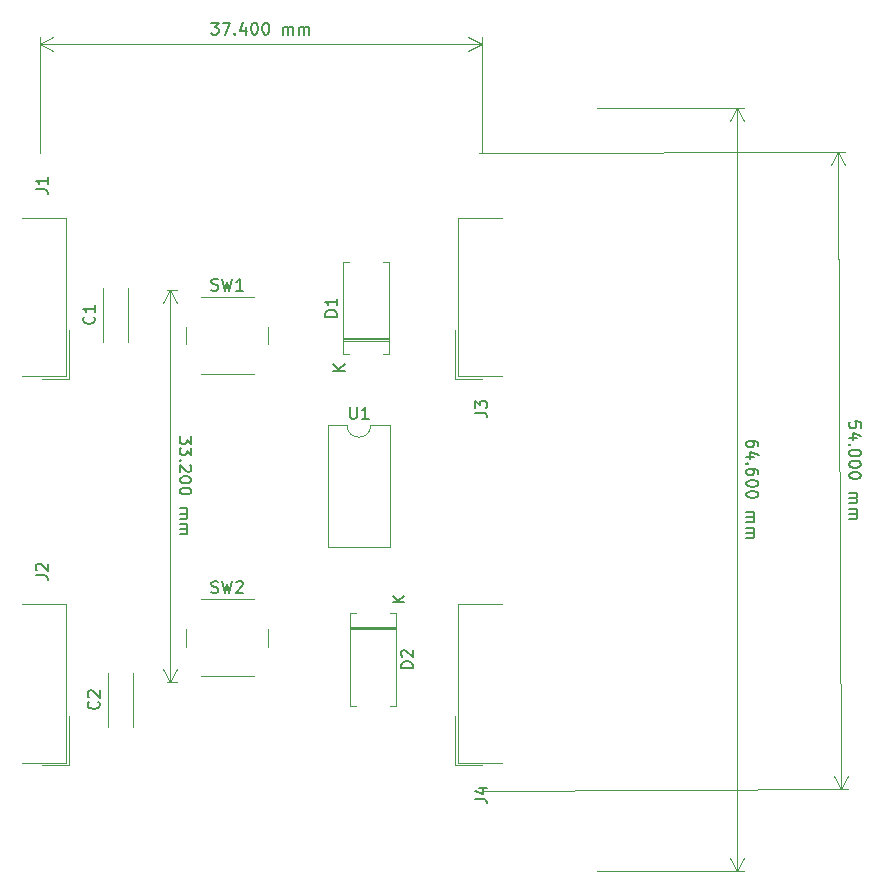
<source format=gbr>
G04 #@! TF.GenerationSoftware,KiCad,Pcbnew,(5.1.2-1)-1*
G04 #@! TF.CreationDate,2019-12-30T17:07:45+01:00*
G04 #@! TF.ProjectId,C64_autofire,4336345f-6175-4746-9f66-6972652e6b69,rev?*
G04 #@! TF.SameCoordinates,Original*
G04 #@! TF.FileFunction,Legend,Top*
G04 #@! TF.FilePolarity,Positive*
%FSLAX46Y46*%
G04 Gerber Fmt 4.6, Leading zero omitted, Abs format (unit mm)*
G04 Created by KiCad (PCBNEW (5.1.2-1)-1) date 2019-12-30 17:07:45*
%MOMM*%
%LPD*%
G04 APERTURE LIST*
%ADD10C,0.150000*%
%ADD11C,0.120000*%
G04 APERTURE END LIST*
D10*
X118903784Y-48861653D02*
X118902020Y-48385466D01*
X118425657Y-48339611D01*
X118473452Y-48387054D01*
X118521423Y-48482115D01*
X118522305Y-48720208D01*
X118475039Y-48815622D01*
X118427597Y-48863417D01*
X118332536Y-48911389D01*
X118094442Y-48912270D01*
X117999028Y-48865004D01*
X117951233Y-48817562D01*
X117903262Y-48722501D01*
X117902380Y-48484407D01*
X117949646Y-48388994D01*
X117997088Y-48341199D01*
X118573804Y-49767644D02*
X117907142Y-49770113D01*
X118953872Y-49528139D02*
X118238709Y-49292691D01*
X118241002Y-49911734D01*
X118004319Y-50293566D02*
X117956877Y-50341361D01*
X117909082Y-50293919D01*
X117956524Y-50246124D01*
X118004319Y-50293566D01*
X117909082Y-50293919D01*
X118911544Y-50956877D02*
X118911897Y-51052115D01*
X118864631Y-51147528D01*
X118817188Y-51195324D01*
X118722127Y-51243295D01*
X118531829Y-51291619D01*
X118293735Y-51292501D01*
X118103084Y-51245588D01*
X118007670Y-51198322D01*
X117959875Y-51150879D01*
X117911904Y-51055818D01*
X117911551Y-50960581D01*
X117958817Y-50865167D01*
X118006259Y-50817372D01*
X118101320Y-50769401D01*
X118291619Y-50721076D01*
X118529712Y-50720195D01*
X118720364Y-50767108D01*
X118815778Y-50814374D01*
X118863573Y-50861816D01*
X118911544Y-50956877D01*
X118915071Y-51909252D02*
X118915424Y-52004489D01*
X118868158Y-52099903D01*
X118820716Y-52147698D01*
X118725655Y-52195669D01*
X118535356Y-52243994D01*
X118297263Y-52244875D01*
X118106611Y-52197962D01*
X118011198Y-52150696D01*
X117963402Y-52103254D01*
X117915431Y-52008193D01*
X117915078Y-51912955D01*
X117962344Y-51817542D01*
X118009787Y-51769746D01*
X118104848Y-51721775D01*
X118295146Y-51673451D01*
X118533240Y-51672569D01*
X118723891Y-51719482D01*
X118819305Y-51766748D01*
X118867100Y-51814191D01*
X118915071Y-51909252D01*
X118918599Y-52861626D02*
X118918951Y-52956864D01*
X118871685Y-53052277D01*
X118824243Y-53100072D01*
X118729182Y-53148044D01*
X118538884Y-53196368D01*
X118300790Y-53197250D01*
X118110139Y-53150337D01*
X118014725Y-53103071D01*
X117966930Y-53055628D01*
X117918958Y-52960567D01*
X117918606Y-52865330D01*
X117965872Y-52769916D01*
X118013314Y-52722121D01*
X118108375Y-52674149D01*
X118298674Y-52625825D01*
X118536767Y-52624943D01*
X118727418Y-52671857D01*
X118822832Y-52719123D01*
X118870627Y-52766565D01*
X118918599Y-52861626D01*
X117924249Y-54389129D02*
X118590911Y-54386660D01*
X118495674Y-54387012D02*
X118543469Y-54434455D01*
X118591440Y-54529516D01*
X118591970Y-54672372D01*
X118544704Y-54767786D01*
X118449642Y-54815757D01*
X117925837Y-54817697D01*
X118449642Y-54815757D02*
X118545056Y-54863023D01*
X118593028Y-54958084D01*
X118593557Y-55100941D01*
X118546291Y-55196354D01*
X118451230Y-55244326D01*
X117927424Y-55246266D01*
X117929188Y-55722453D02*
X118595850Y-55719984D01*
X118500612Y-55720337D02*
X118548407Y-55767779D01*
X118596379Y-55862840D01*
X118596908Y-56005696D01*
X118549642Y-56101110D01*
X118454581Y-56149081D01*
X117930775Y-56151021D01*
X118454581Y-56149081D02*
X118549995Y-56196347D01*
X118597966Y-56291409D01*
X118598495Y-56434265D01*
X118551229Y-56529679D01*
X118456168Y-56577650D01*
X117932362Y-56579590D01*
D11*
X116999582Y-25487409D02*
X117199582Y-79487409D01*
X86600000Y-25600000D02*
X117585999Y-25485237D01*
X86800000Y-79600000D02*
X117785999Y-79485237D01*
X117199582Y-79487409D02*
X116608993Y-78363085D01*
X117199582Y-79487409D02*
X117781827Y-78358741D01*
X116999582Y-25487409D02*
X116417337Y-26616077D01*
X116999582Y-25487409D02*
X117590171Y-26611733D01*
D10*
X63909523Y-14582380D02*
X64528571Y-14582380D01*
X64195238Y-14963333D01*
X64338095Y-14963333D01*
X64433333Y-15010952D01*
X64480952Y-15058571D01*
X64528571Y-15153809D01*
X64528571Y-15391904D01*
X64480952Y-15487142D01*
X64433333Y-15534761D01*
X64338095Y-15582380D01*
X64052380Y-15582380D01*
X63957142Y-15534761D01*
X63909523Y-15487142D01*
X64861904Y-14582380D02*
X65528571Y-14582380D01*
X65100000Y-15582380D01*
X65909523Y-15487142D02*
X65957142Y-15534761D01*
X65909523Y-15582380D01*
X65861904Y-15534761D01*
X65909523Y-15487142D01*
X65909523Y-15582380D01*
X66814285Y-14915714D02*
X66814285Y-15582380D01*
X66576190Y-14534761D02*
X66338095Y-15249047D01*
X66957142Y-15249047D01*
X67528571Y-14582380D02*
X67623809Y-14582380D01*
X67719047Y-14630000D01*
X67766666Y-14677619D01*
X67814285Y-14772857D01*
X67861904Y-14963333D01*
X67861904Y-15201428D01*
X67814285Y-15391904D01*
X67766666Y-15487142D01*
X67719047Y-15534761D01*
X67623809Y-15582380D01*
X67528571Y-15582380D01*
X67433333Y-15534761D01*
X67385714Y-15487142D01*
X67338095Y-15391904D01*
X67290476Y-15201428D01*
X67290476Y-14963333D01*
X67338095Y-14772857D01*
X67385714Y-14677619D01*
X67433333Y-14630000D01*
X67528571Y-14582380D01*
X68480952Y-14582380D02*
X68576190Y-14582380D01*
X68671428Y-14630000D01*
X68719047Y-14677619D01*
X68766666Y-14772857D01*
X68814285Y-14963333D01*
X68814285Y-15201428D01*
X68766666Y-15391904D01*
X68719047Y-15487142D01*
X68671428Y-15534761D01*
X68576190Y-15582380D01*
X68480952Y-15582380D01*
X68385714Y-15534761D01*
X68338095Y-15487142D01*
X68290476Y-15391904D01*
X68242857Y-15201428D01*
X68242857Y-14963333D01*
X68290476Y-14772857D01*
X68338095Y-14677619D01*
X68385714Y-14630000D01*
X68480952Y-14582380D01*
X70004761Y-15582380D02*
X70004761Y-14915714D01*
X70004761Y-15010952D02*
X70052380Y-14963333D01*
X70147619Y-14915714D01*
X70290476Y-14915714D01*
X70385714Y-14963333D01*
X70433333Y-15058571D01*
X70433333Y-15582380D01*
X70433333Y-15058571D02*
X70480952Y-14963333D01*
X70576190Y-14915714D01*
X70719047Y-14915714D01*
X70814285Y-14963333D01*
X70861904Y-15058571D01*
X70861904Y-15582380D01*
X71338095Y-15582380D02*
X71338095Y-14915714D01*
X71338095Y-15010952D02*
X71385714Y-14963333D01*
X71480952Y-14915714D01*
X71623809Y-14915714D01*
X71719047Y-14963333D01*
X71766666Y-15058571D01*
X71766666Y-15582380D01*
X71766666Y-15058571D02*
X71814285Y-14963333D01*
X71909523Y-14915714D01*
X72052380Y-14915714D01*
X72147619Y-14963333D01*
X72195238Y-15058571D01*
X72195238Y-15582380D01*
D11*
X49400000Y-16400000D02*
X86800000Y-16400000D01*
X49400000Y-25600000D02*
X49400000Y-15813579D01*
X86800000Y-25600000D02*
X86800000Y-15813579D01*
X86800000Y-16400000D02*
X85673496Y-16986421D01*
X86800000Y-16400000D02*
X85673496Y-15813579D01*
X49400000Y-16400000D02*
X50526504Y-16986421D01*
X49400000Y-16400000D02*
X50526504Y-15813579D01*
D10*
X110217619Y-50433333D02*
X110217619Y-50242857D01*
X110170000Y-50147619D01*
X110122380Y-50100000D01*
X109979523Y-50004761D01*
X109789047Y-49957142D01*
X109408095Y-49957142D01*
X109312857Y-50004761D01*
X109265238Y-50052380D01*
X109217619Y-50147619D01*
X109217619Y-50338095D01*
X109265238Y-50433333D01*
X109312857Y-50480952D01*
X109408095Y-50528571D01*
X109646190Y-50528571D01*
X109741428Y-50480952D01*
X109789047Y-50433333D01*
X109836666Y-50338095D01*
X109836666Y-50147619D01*
X109789047Y-50052380D01*
X109741428Y-50004761D01*
X109646190Y-49957142D01*
X109884285Y-51385714D02*
X109217619Y-51385714D01*
X110265238Y-51147619D02*
X109550952Y-50909523D01*
X109550952Y-51528571D01*
X109312857Y-51909523D02*
X109265238Y-51957142D01*
X109217619Y-51909523D01*
X109265238Y-51861904D01*
X109312857Y-51909523D01*
X109217619Y-51909523D01*
X110217619Y-52814285D02*
X110217619Y-52623809D01*
X110170000Y-52528571D01*
X110122380Y-52480952D01*
X109979523Y-52385714D01*
X109789047Y-52338095D01*
X109408095Y-52338095D01*
X109312857Y-52385714D01*
X109265238Y-52433333D01*
X109217619Y-52528571D01*
X109217619Y-52719047D01*
X109265238Y-52814285D01*
X109312857Y-52861904D01*
X109408095Y-52909523D01*
X109646190Y-52909523D01*
X109741428Y-52861904D01*
X109789047Y-52814285D01*
X109836666Y-52719047D01*
X109836666Y-52528571D01*
X109789047Y-52433333D01*
X109741428Y-52385714D01*
X109646190Y-52338095D01*
X110217619Y-53528571D02*
X110217619Y-53623809D01*
X110170000Y-53719047D01*
X110122380Y-53766666D01*
X110027142Y-53814285D01*
X109836666Y-53861904D01*
X109598571Y-53861904D01*
X109408095Y-53814285D01*
X109312857Y-53766666D01*
X109265238Y-53719047D01*
X109217619Y-53623809D01*
X109217619Y-53528571D01*
X109265238Y-53433333D01*
X109312857Y-53385714D01*
X109408095Y-53338095D01*
X109598571Y-53290476D01*
X109836666Y-53290476D01*
X110027142Y-53338095D01*
X110122380Y-53385714D01*
X110170000Y-53433333D01*
X110217619Y-53528571D01*
X110217619Y-54480952D02*
X110217619Y-54576190D01*
X110170000Y-54671428D01*
X110122380Y-54719047D01*
X110027142Y-54766666D01*
X109836666Y-54814285D01*
X109598571Y-54814285D01*
X109408095Y-54766666D01*
X109312857Y-54719047D01*
X109265238Y-54671428D01*
X109217619Y-54576190D01*
X109217619Y-54480952D01*
X109265238Y-54385714D01*
X109312857Y-54338095D01*
X109408095Y-54290476D01*
X109598571Y-54242857D01*
X109836666Y-54242857D01*
X110027142Y-54290476D01*
X110122380Y-54338095D01*
X110170000Y-54385714D01*
X110217619Y-54480952D01*
X109217619Y-56004761D02*
X109884285Y-56004761D01*
X109789047Y-56004761D02*
X109836666Y-56052380D01*
X109884285Y-56147619D01*
X109884285Y-56290476D01*
X109836666Y-56385714D01*
X109741428Y-56433333D01*
X109217619Y-56433333D01*
X109741428Y-56433333D02*
X109836666Y-56480952D01*
X109884285Y-56576190D01*
X109884285Y-56719047D01*
X109836666Y-56814285D01*
X109741428Y-56861904D01*
X109217619Y-56861904D01*
X109217619Y-57338095D02*
X109884285Y-57338095D01*
X109789047Y-57338095D02*
X109836666Y-57385714D01*
X109884285Y-57480952D01*
X109884285Y-57623809D01*
X109836666Y-57719047D01*
X109741428Y-57766666D01*
X109217619Y-57766666D01*
X109741428Y-57766666D02*
X109836666Y-57814285D01*
X109884285Y-57909523D01*
X109884285Y-58052380D01*
X109836666Y-58147619D01*
X109741428Y-58195238D01*
X109217619Y-58195238D01*
D11*
X108400000Y-21800000D02*
X108400000Y-86400000D01*
X96600000Y-21800000D02*
X108986421Y-21800000D01*
X96600000Y-86400000D02*
X108986421Y-86400000D01*
X108400000Y-86400000D02*
X107813579Y-85273496D01*
X108400000Y-86400000D02*
X108986421Y-85273496D01*
X108400000Y-21800000D02*
X107813579Y-22926504D01*
X108400000Y-21800000D02*
X108986421Y-22926504D01*
D10*
X62217619Y-49609523D02*
X62217619Y-50228571D01*
X61836666Y-49895238D01*
X61836666Y-50038095D01*
X61789047Y-50133333D01*
X61741428Y-50180952D01*
X61646190Y-50228571D01*
X61408095Y-50228571D01*
X61312857Y-50180952D01*
X61265238Y-50133333D01*
X61217619Y-50038095D01*
X61217619Y-49752380D01*
X61265238Y-49657142D01*
X61312857Y-49609523D01*
X62217619Y-50561904D02*
X62217619Y-51180952D01*
X61836666Y-50847619D01*
X61836666Y-50990476D01*
X61789047Y-51085714D01*
X61741428Y-51133333D01*
X61646190Y-51180952D01*
X61408095Y-51180952D01*
X61312857Y-51133333D01*
X61265238Y-51085714D01*
X61217619Y-50990476D01*
X61217619Y-50704761D01*
X61265238Y-50609523D01*
X61312857Y-50561904D01*
X61312857Y-51609523D02*
X61265238Y-51657142D01*
X61217619Y-51609523D01*
X61265238Y-51561904D01*
X61312857Y-51609523D01*
X61217619Y-51609523D01*
X62122380Y-52038095D02*
X62170000Y-52085714D01*
X62217619Y-52180952D01*
X62217619Y-52419047D01*
X62170000Y-52514285D01*
X62122380Y-52561904D01*
X62027142Y-52609523D01*
X61931904Y-52609523D01*
X61789047Y-52561904D01*
X61217619Y-51990476D01*
X61217619Y-52609523D01*
X62217619Y-53228571D02*
X62217619Y-53323809D01*
X62170000Y-53419047D01*
X62122380Y-53466666D01*
X62027142Y-53514285D01*
X61836666Y-53561904D01*
X61598571Y-53561904D01*
X61408095Y-53514285D01*
X61312857Y-53466666D01*
X61265238Y-53419047D01*
X61217619Y-53323809D01*
X61217619Y-53228571D01*
X61265238Y-53133333D01*
X61312857Y-53085714D01*
X61408095Y-53038095D01*
X61598571Y-52990476D01*
X61836666Y-52990476D01*
X62027142Y-53038095D01*
X62122380Y-53085714D01*
X62170000Y-53133333D01*
X62217619Y-53228571D01*
X62217619Y-54180952D02*
X62217619Y-54276190D01*
X62170000Y-54371428D01*
X62122380Y-54419047D01*
X62027142Y-54466666D01*
X61836666Y-54514285D01*
X61598571Y-54514285D01*
X61408095Y-54466666D01*
X61312857Y-54419047D01*
X61265238Y-54371428D01*
X61217619Y-54276190D01*
X61217619Y-54180952D01*
X61265238Y-54085714D01*
X61312857Y-54038095D01*
X61408095Y-53990476D01*
X61598571Y-53942857D01*
X61836666Y-53942857D01*
X62027142Y-53990476D01*
X62122380Y-54038095D01*
X62170000Y-54085714D01*
X62217619Y-54180952D01*
X61217619Y-55704761D02*
X61884285Y-55704761D01*
X61789047Y-55704761D02*
X61836666Y-55752380D01*
X61884285Y-55847619D01*
X61884285Y-55990476D01*
X61836666Y-56085714D01*
X61741428Y-56133333D01*
X61217619Y-56133333D01*
X61741428Y-56133333D02*
X61836666Y-56180952D01*
X61884285Y-56276190D01*
X61884285Y-56419047D01*
X61836666Y-56514285D01*
X61741428Y-56561904D01*
X61217619Y-56561904D01*
X61217619Y-57038095D02*
X61884285Y-57038095D01*
X61789047Y-57038095D02*
X61836666Y-57085714D01*
X61884285Y-57180952D01*
X61884285Y-57323809D01*
X61836666Y-57419047D01*
X61741428Y-57466666D01*
X61217619Y-57466666D01*
X61741428Y-57466666D02*
X61836666Y-57514285D01*
X61884285Y-57609523D01*
X61884285Y-57752380D01*
X61836666Y-57847619D01*
X61741428Y-57895238D01*
X61217619Y-57895238D01*
D11*
X60400000Y-37200000D02*
X60400000Y-70400000D01*
X60200000Y-37200000D02*
X60986421Y-37200000D01*
X60200000Y-70400000D02*
X60986421Y-70400000D01*
X60400000Y-70400000D02*
X59813579Y-69273496D01*
X60400000Y-70400000D02*
X60986421Y-69273496D01*
X60400000Y-37200000D02*
X59813579Y-38326504D01*
X60400000Y-37200000D02*
X60986421Y-38326504D01*
X54730000Y-41570000D02*
X54730000Y-37030000D01*
X56870000Y-41570000D02*
X56870000Y-37030000D01*
X54730000Y-41570000D02*
X54745000Y-41570000D01*
X56855000Y-41570000D02*
X56870000Y-41570000D01*
X54730000Y-37030000D02*
X54745000Y-37030000D01*
X56855000Y-37030000D02*
X56870000Y-37030000D01*
X57255000Y-69630000D02*
X57270000Y-69630000D01*
X55130000Y-69630000D02*
X55145000Y-69630000D01*
X57255000Y-74170000D02*
X57270000Y-74170000D01*
X55130000Y-74170000D02*
X55145000Y-74170000D01*
X57270000Y-74170000D02*
X57270000Y-69630000D01*
X55130000Y-74170000D02*
X55130000Y-69630000D01*
X75080000Y-41500000D02*
X78920000Y-41500000D01*
X75080000Y-41260000D02*
X78920000Y-41260000D01*
X75080000Y-41380000D02*
X78920000Y-41380000D01*
X78920000Y-34800000D02*
X78440000Y-34800000D01*
X78920000Y-42640000D02*
X78920000Y-34800000D01*
X78440000Y-42640000D02*
X78920000Y-42640000D01*
X75080000Y-34800000D02*
X75560000Y-34800000D01*
X75080000Y-42640000D02*
X75080000Y-34800000D01*
X75560000Y-42640000D02*
X75080000Y-42640000D01*
X79040000Y-64560000D02*
X79520000Y-64560000D01*
X79520000Y-64560000D02*
X79520000Y-72400000D01*
X79520000Y-72400000D02*
X79040000Y-72400000D01*
X76160000Y-64560000D02*
X75680000Y-64560000D01*
X75680000Y-64560000D02*
X75680000Y-72400000D01*
X75680000Y-72400000D02*
X76160000Y-72400000D01*
X79520000Y-65820000D02*
X75680000Y-65820000D01*
X79520000Y-65940000D02*
X75680000Y-65940000D01*
X79520000Y-65700000D02*
X75680000Y-65700000D01*
X47860000Y-44523333D02*
X51600000Y-44523333D01*
X51600000Y-44523333D02*
X51600000Y-31076667D01*
X51600000Y-31076667D02*
X47860000Y-31076667D01*
X49600000Y-44763333D02*
X51840000Y-44763333D01*
X51840000Y-44763333D02*
X51840000Y-40570000D01*
X51840000Y-77463333D02*
X51840000Y-73270000D01*
X49600000Y-77463333D02*
X51840000Y-77463333D01*
X51600000Y-63776667D02*
X47860000Y-63776667D01*
X51600000Y-77223333D02*
X51600000Y-63776667D01*
X47860000Y-77223333D02*
X51600000Y-77223333D01*
X84560000Y-44763333D02*
X84560000Y-40570000D01*
X86800000Y-44763333D02*
X84560000Y-44763333D01*
X84800000Y-44523333D02*
X88540000Y-44523333D01*
X84800000Y-31076667D02*
X84800000Y-44523333D01*
X88540000Y-31076667D02*
X84800000Y-31076667D01*
X88540000Y-63776667D02*
X84800000Y-63776667D01*
X84800000Y-63776667D02*
X84800000Y-77223333D01*
X84800000Y-77223333D02*
X88540000Y-77223333D01*
X86800000Y-77463333D02*
X84560000Y-77463333D01*
X84560000Y-77463333D02*
X84560000Y-73270000D01*
X68750000Y-41800000D02*
X68750000Y-40300000D01*
X67500000Y-37800000D02*
X63000000Y-37800000D01*
X61750000Y-40300000D02*
X61750000Y-41800000D01*
X63000000Y-44300000D02*
X67500000Y-44300000D01*
X63000000Y-69900000D02*
X67500000Y-69900000D01*
X61750000Y-65900000D02*
X61750000Y-67400000D01*
X67500000Y-63400000D02*
X63000000Y-63400000D01*
X68750000Y-67400000D02*
X68750000Y-65900000D01*
X77410000Y-48670000D02*
G75*
G02X75410000Y-48670000I-1000000J0D01*
G01*
X75410000Y-48670000D02*
X73760000Y-48670000D01*
X73760000Y-48670000D02*
X73760000Y-58950000D01*
X73760000Y-58950000D02*
X79060000Y-58950000D01*
X79060000Y-58950000D02*
X79060000Y-48670000D01*
X79060000Y-48670000D02*
X77410000Y-48670000D01*
D10*
X53957142Y-39466666D02*
X54004761Y-39514285D01*
X54052380Y-39657142D01*
X54052380Y-39752380D01*
X54004761Y-39895238D01*
X53909523Y-39990476D01*
X53814285Y-40038095D01*
X53623809Y-40085714D01*
X53480952Y-40085714D01*
X53290476Y-40038095D01*
X53195238Y-39990476D01*
X53100000Y-39895238D01*
X53052380Y-39752380D01*
X53052380Y-39657142D01*
X53100000Y-39514285D01*
X53147619Y-39466666D01*
X54052380Y-38514285D02*
X54052380Y-39085714D01*
X54052380Y-38800000D02*
X53052380Y-38800000D01*
X53195238Y-38895238D01*
X53290476Y-38990476D01*
X53338095Y-39085714D01*
X54357142Y-72066666D02*
X54404761Y-72114285D01*
X54452380Y-72257142D01*
X54452380Y-72352380D01*
X54404761Y-72495238D01*
X54309523Y-72590476D01*
X54214285Y-72638095D01*
X54023809Y-72685714D01*
X53880952Y-72685714D01*
X53690476Y-72638095D01*
X53595238Y-72590476D01*
X53500000Y-72495238D01*
X53452380Y-72352380D01*
X53452380Y-72257142D01*
X53500000Y-72114285D01*
X53547619Y-72066666D01*
X53547619Y-71685714D02*
X53500000Y-71638095D01*
X53452380Y-71542857D01*
X53452380Y-71304761D01*
X53500000Y-71209523D01*
X53547619Y-71161904D01*
X53642857Y-71114285D01*
X53738095Y-71114285D01*
X53880952Y-71161904D01*
X54452380Y-71733333D01*
X54452380Y-71114285D01*
X74532380Y-39458095D02*
X73532380Y-39458095D01*
X73532380Y-39220000D01*
X73580000Y-39077142D01*
X73675238Y-38981904D01*
X73770476Y-38934285D01*
X73960952Y-38886666D01*
X74103809Y-38886666D01*
X74294285Y-38934285D01*
X74389523Y-38981904D01*
X74484761Y-39077142D01*
X74532380Y-39220000D01*
X74532380Y-39458095D01*
X74532380Y-37934285D02*
X74532380Y-38505714D01*
X74532380Y-38220000D02*
X73532380Y-38220000D01*
X73675238Y-38315238D01*
X73770476Y-38410476D01*
X73818095Y-38505714D01*
X75252380Y-44061904D02*
X74252380Y-44061904D01*
X75252380Y-43490476D02*
X74680952Y-43919047D01*
X74252380Y-43490476D02*
X74823809Y-44061904D01*
X80972380Y-69218095D02*
X79972380Y-69218095D01*
X79972380Y-68980000D01*
X80020000Y-68837142D01*
X80115238Y-68741904D01*
X80210476Y-68694285D01*
X80400952Y-68646666D01*
X80543809Y-68646666D01*
X80734285Y-68694285D01*
X80829523Y-68741904D01*
X80924761Y-68837142D01*
X80972380Y-68980000D01*
X80972380Y-69218095D01*
X80067619Y-68265714D02*
X80020000Y-68218095D01*
X79972380Y-68122857D01*
X79972380Y-67884761D01*
X80020000Y-67789523D01*
X80067619Y-67741904D01*
X80162857Y-67694285D01*
X80258095Y-67694285D01*
X80400952Y-67741904D01*
X80972380Y-68313333D01*
X80972380Y-67694285D01*
X80252380Y-63661904D02*
X79252380Y-63661904D01*
X80252380Y-63090476D02*
X79680952Y-63519047D01*
X79252380Y-63090476D02*
X79823809Y-63661904D01*
X49052380Y-28670000D02*
X49766666Y-28670000D01*
X49909523Y-28717619D01*
X50004761Y-28812857D01*
X50052380Y-28955714D01*
X50052380Y-29050952D01*
X50052380Y-27670000D02*
X50052380Y-28241428D01*
X50052380Y-27955714D02*
X49052380Y-27955714D01*
X49195238Y-28050952D01*
X49290476Y-28146190D01*
X49338095Y-28241428D01*
X49052380Y-61370000D02*
X49766666Y-61370000D01*
X49909523Y-61417619D01*
X50004761Y-61512857D01*
X50052380Y-61655714D01*
X50052380Y-61750952D01*
X49147619Y-60941428D02*
X49100000Y-60893809D01*
X49052380Y-60798571D01*
X49052380Y-60560476D01*
X49100000Y-60465238D01*
X49147619Y-60417619D01*
X49242857Y-60370000D01*
X49338095Y-60370000D01*
X49480952Y-60417619D01*
X50052380Y-60989047D01*
X50052380Y-60370000D01*
X86252380Y-47596666D02*
X86966666Y-47596666D01*
X87109523Y-47644285D01*
X87204761Y-47739523D01*
X87252380Y-47882380D01*
X87252380Y-47977618D01*
X86252380Y-47215713D02*
X86252380Y-46596666D01*
X86633333Y-46929999D01*
X86633333Y-46787142D01*
X86680952Y-46691904D01*
X86728571Y-46644285D01*
X86823809Y-46596666D01*
X87061904Y-46596666D01*
X87157142Y-46644285D01*
X87204761Y-46691904D01*
X87252380Y-46787142D01*
X87252380Y-47072856D01*
X87204761Y-47168094D01*
X87157142Y-47215713D01*
X86252380Y-80296666D02*
X86966666Y-80296666D01*
X87109523Y-80344285D01*
X87204761Y-80439523D01*
X87252380Y-80582380D01*
X87252380Y-80677618D01*
X86585714Y-79391904D02*
X87252380Y-79391904D01*
X86204761Y-79629999D02*
X86919047Y-79868094D01*
X86919047Y-79249047D01*
X63916666Y-37204761D02*
X64059523Y-37252380D01*
X64297619Y-37252380D01*
X64392857Y-37204761D01*
X64440476Y-37157142D01*
X64488095Y-37061904D01*
X64488095Y-36966666D01*
X64440476Y-36871428D01*
X64392857Y-36823809D01*
X64297619Y-36776190D01*
X64107142Y-36728571D01*
X64011904Y-36680952D01*
X63964285Y-36633333D01*
X63916666Y-36538095D01*
X63916666Y-36442857D01*
X63964285Y-36347619D01*
X64011904Y-36300000D01*
X64107142Y-36252380D01*
X64345238Y-36252380D01*
X64488095Y-36300000D01*
X64821428Y-36252380D02*
X65059523Y-37252380D01*
X65250000Y-36538095D01*
X65440476Y-37252380D01*
X65678571Y-36252380D01*
X66583333Y-37252380D02*
X66011904Y-37252380D01*
X66297619Y-37252380D02*
X66297619Y-36252380D01*
X66202380Y-36395238D01*
X66107142Y-36490476D01*
X66011904Y-36538095D01*
X63916666Y-62804761D02*
X64059523Y-62852380D01*
X64297619Y-62852380D01*
X64392857Y-62804761D01*
X64440476Y-62757142D01*
X64488095Y-62661904D01*
X64488095Y-62566666D01*
X64440476Y-62471428D01*
X64392857Y-62423809D01*
X64297619Y-62376190D01*
X64107142Y-62328571D01*
X64011904Y-62280952D01*
X63964285Y-62233333D01*
X63916666Y-62138095D01*
X63916666Y-62042857D01*
X63964285Y-61947619D01*
X64011904Y-61900000D01*
X64107142Y-61852380D01*
X64345238Y-61852380D01*
X64488095Y-61900000D01*
X64821428Y-61852380D02*
X65059523Y-62852380D01*
X65250000Y-62138095D01*
X65440476Y-62852380D01*
X65678571Y-61852380D01*
X66011904Y-61947619D02*
X66059523Y-61900000D01*
X66154761Y-61852380D01*
X66392857Y-61852380D01*
X66488095Y-61900000D01*
X66535714Y-61947619D01*
X66583333Y-62042857D01*
X66583333Y-62138095D01*
X66535714Y-62280952D01*
X65964285Y-62852380D01*
X66583333Y-62852380D01*
X75648095Y-47122380D02*
X75648095Y-47931904D01*
X75695714Y-48027142D01*
X75743333Y-48074761D01*
X75838571Y-48122380D01*
X76029047Y-48122380D01*
X76124285Y-48074761D01*
X76171904Y-48027142D01*
X76219523Y-47931904D01*
X76219523Y-47122380D01*
X77219523Y-48122380D02*
X76648095Y-48122380D01*
X76933809Y-48122380D02*
X76933809Y-47122380D01*
X76838571Y-47265238D01*
X76743333Y-47360476D01*
X76648095Y-47408095D01*
M02*

</source>
